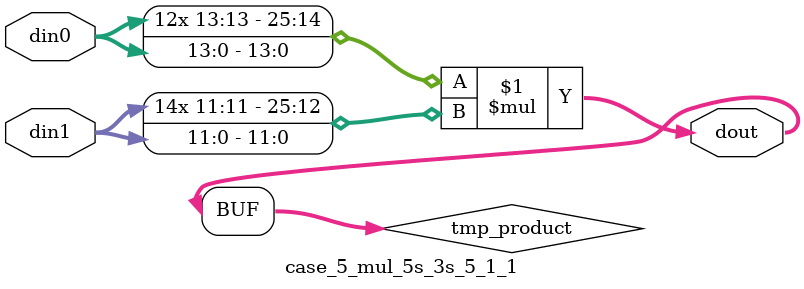
<source format=v>

`timescale 1 ns / 1 ps

 module case_5_mul_5s_3s_5_1_1(din0, din1, dout);
parameter ID = 1;
parameter NUM_STAGE = 0;
parameter din0_WIDTH = 14;
parameter din1_WIDTH = 12;
parameter dout_WIDTH = 26;

input [din0_WIDTH - 1 : 0] din0; 
input [din1_WIDTH - 1 : 0] din1; 
output [dout_WIDTH - 1 : 0] dout;

wire signed [dout_WIDTH - 1 : 0] tmp_product;



























assign tmp_product = $signed(din0) * $signed(din1);








assign dout = tmp_product;





















endmodule

</source>
